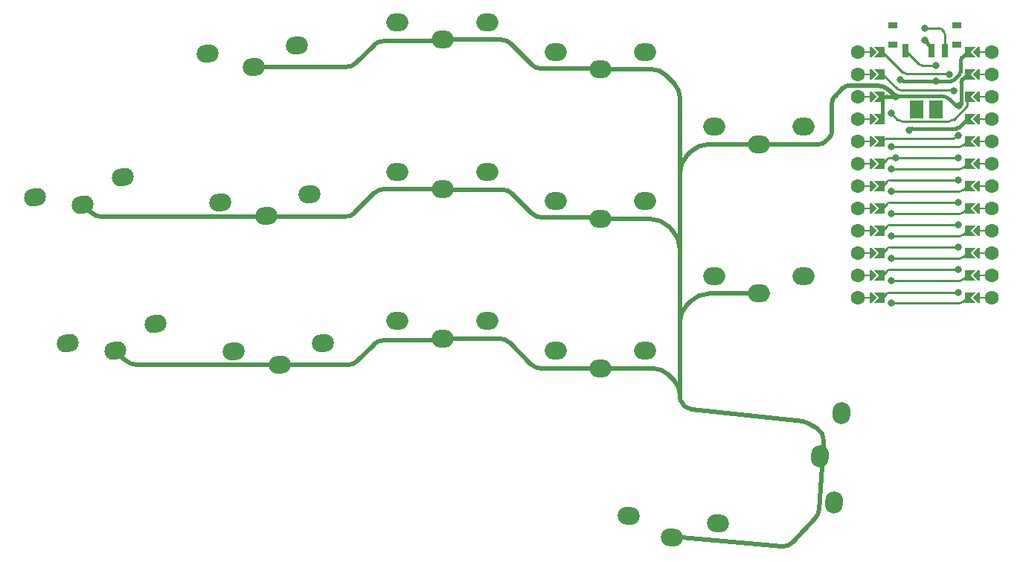
<source format=gbr>
G04 #@! TF.GenerationSoftware,KiCad,Pcbnew,6.0.0-d3dd2cf0fa~116~ubuntu20.04.1*
G04 #@! TF.CreationDate,2022-01-05T21:32:05-05:00*
G04 #@! TF.ProjectId,30,33302e6b-6963-4616-945f-706362585858,0.1*
G04 #@! TF.SameCoordinates,Original*
G04 #@! TF.FileFunction,Copper,L2,Bot*
G04 #@! TF.FilePolarity,Positive*
%FSLAX46Y46*%
G04 Gerber Fmt 4.6, Leading zero omitted, Abs format (unit mm)*
G04 Created by KiCad (PCBNEW 6.0.0-d3dd2cf0fa~116~ubuntu20.04.1) date 2022-01-05 21:32:05*
%MOMM*%
%LPD*%
G01*
G04 APERTURE LIST*
G04 Aperture macros list*
%AMHorizOval*
0 Thick line with rounded ends*
0 $1 width*
0 $2 $3 position (X,Y) of the first rounded end (center of the circle)*
0 $4 $5 position (X,Y) of the second rounded end (center of the circle)*
0 Add line between two ends*
20,1,$1,$2,$3,$4,$5,0*
0 Add two circle primitives to create the rounded ends*
1,1,$1,$2,$3*
1,1,$1,$4,$5*%
%AMFreePoly0*
4,1,5,0.125000,-0.500000,-0.125000,-0.500000,-0.125000,0.500000,0.125000,0.500000,0.125000,-0.500000,0.125000,-0.500000,$1*%
%AMFreePoly1*
4,1,6,0.600000,0.200000,0.000000,-0.400000,-0.600000,0.200000,-0.600000,0.400000,0.600000,0.400000,0.600000,0.200000,0.600000,0.200000,$1*%
%AMFreePoly2*
4,1,6,0.600000,-0.250000,-0.600000,-0.250000,-0.600000,1.000000,0.000000,0.400000,0.600000,1.000000,0.600000,-0.250000,0.600000,-0.250000,$1*%
G04 Aperture macros list end*
G04 #@! TA.AperFunction,ComponentPad*
%ADD10HorizOval,2.000000X0.244074X0.054110X-0.244074X-0.054110X0*%
G04 #@! TD*
G04 #@! TA.AperFunction,ComponentPad*
%ADD11HorizOval,2.000000X0.249049X0.021789X-0.249049X-0.021789X0*%
G04 #@! TD*
G04 #@! TA.AperFunction,ComponentPad*
%ADD12O,2.500000X2.000000*%
G04 #@! TD*
G04 #@! TA.AperFunction,ComponentPad*
%ADD13HorizOval,2.000000X0.249049X-0.021789X-0.249049X0.021789X0*%
G04 #@! TD*
G04 #@! TA.AperFunction,ComponentPad*
%ADD14HorizOval,2.000000X-0.021789X-0.249049X0.021789X0.249049X0*%
G04 #@! TD*
G04 #@! TA.AperFunction,SMDPad,CuDef*
%ADD15R,1.500000X2.100000*%
G04 #@! TD*
G04 #@! TA.AperFunction,SMDPad,CuDef*
%ADD16FreePoly0,90.000000*%
G04 #@! TD*
G04 #@! TA.AperFunction,ComponentPad*
%ADD17C,1.600000*%
G04 #@! TD*
G04 #@! TA.AperFunction,SMDPad,CuDef*
%ADD18FreePoly0,270.000000*%
G04 #@! TD*
G04 #@! TA.AperFunction,SMDPad,CuDef*
%ADD19FreePoly1,270.000000*%
G04 #@! TD*
G04 #@! TA.AperFunction,SMDPad,CuDef*
%ADD20FreePoly1,90.000000*%
G04 #@! TD*
G04 #@! TA.AperFunction,SMDPad,CuDef*
%ADD21FreePoly2,90.000000*%
G04 #@! TD*
G04 #@! TA.AperFunction,SMDPad,CuDef*
%ADD22FreePoly2,270.000000*%
G04 #@! TD*
G04 #@! TA.AperFunction,SMDPad,CuDef*
%ADD23R,1.000000X0.800000*%
G04 #@! TD*
G04 #@! TA.AperFunction,SMDPad,CuDef*
%ADD24R,0.700000X1.500000*%
G04 #@! TD*
G04 #@! TA.AperFunction,ViaPad*
%ADD25C,0.800000*%
G04 #@! TD*
G04 #@! TA.AperFunction,Conductor*
%ADD26C,0.250000*%
G04 #@! TD*
G04 #@! TA.AperFunction,Conductor*
%ADD27C,0.500000*%
G04 #@! TD*
G04 #@! TA.AperFunction,Conductor*
%ADD28C,0.400000*%
G04 #@! TD*
G04 APERTURE END LIST*
D10*
X32909586Y-80835124D03*
X42867805Y-78627440D03*
X38321575Y-81683874D03*
D11*
X52498174Y-64520239D03*
X62659360Y-63631250D03*
X57753079Y-66068134D03*
D12*
X74144393Y-60958851D03*
X84344393Y-60958851D03*
X79244393Y-62958851D03*
X102333086Y-64327567D03*
X92133086Y-64327567D03*
X97233086Y-66327567D03*
X120333089Y-72827570D03*
X110133089Y-72827570D03*
X115233089Y-74827570D03*
D10*
X36589062Y-97432150D03*
X46547281Y-95224466D03*
X42001051Y-98280900D03*
D11*
X64141002Y-80566566D03*
X53979816Y-81455555D03*
X59234721Y-83003450D03*
D12*
X74144389Y-77958851D03*
X84344389Y-77958851D03*
X79244389Y-79958851D03*
X102333093Y-81327564D03*
X92133093Y-81327564D03*
X97233093Y-83327564D03*
X110133093Y-89827569D03*
X120333093Y-89827569D03*
X115233093Y-91827569D03*
D11*
X55461464Y-98390863D03*
X65622650Y-97501874D03*
X60716369Y-99938758D03*
D12*
X74144382Y-94958862D03*
X84344382Y-94958862D03*
X79244382Y-96958862D03*
X92133093Y-98327566D03*
X102333093Y-98327566D03*
X97233093Y-100327566D03*
D13*
X110564550Y-117975832D03*
X100403364Y-117086843D03*
X105309645Y-119523727D03*
D14*
X122220681Y-110312378D03*
X124657565Y-105406097D03*
X123768576Y-115567283D03*
D15*
X135423000Y-70866000D03*
X133223000Y-70866000D03*
D16*
X127789009Y-89734446D03*
D17*
X126519009Y-64334446D03*
D18*
X140489009Y-92274446D03*
D17*
X141759009Y-74494446D03*
D19*
X139981009Y-87194446D03*
D20*
X128297009Y-84654446D03*
D17*
X141759009Y-69414446D03*
D19*
X139981009Y-79574446D03*
D18*
X140489009Y-87194446D03*
D17*
X126519009Y-71954446D03*
X126519009Y-77034446D03*
D20*
X128297009Y-87194446D03*
X128297009Y-74494446D03*
D17*
X141759009Y-79574446D03*
D19*
X139981009Y-66874446D03*
D17*
X141759009Y-92274446D03*
D18*
X140489009Y-74494446D03*
D19*
X139981009Y-84654446D03*
D20*
X128297009Y-79574446D03*
X128297009Y-69414446D03*
D17*
X126519009Y-66874446D03*
X141759009Y-84654446D03*
D20*
X128297009Y-92274446D03*
D16*
X127789009Y-74494446D03*
D19*
X139981009Y-89734446D03*
D18*
X140489009Y-77034446D03*
D17*
X141759009Y-77034446D03*
D20*
X128297009Y-89734446D03*
D17*
X141759009Y-64334446D03*
D20*
X128297009Y-66874446D03*
D17*
X141759009Y-82114446D03*
D18*
X140489009Y-64334446D03*
D17*
X141759009Y-71954446D03*
D16*
X127789009Y-69414446D03*
D17*
X126519009Y-69414446D03*
D16*
X127789009Y-84654446D03*
D18*
X140489009Y-66874446D03*
D17*
X126519009Y-89734446D03*
D20*
X128297009Y-82114446D03*
D17*
X126519009Y-79574446D03*
D18*
X140489009Y-71954446D03*
D19*
X139981009Y-92274446D03*
D16*
X127789009Y-82114446D03*
X127789009Y-87194446D03*
D20*
X128297009Y-77034446D03*
D17*
X126519009Y-87194446D03*
D19*
X139981009Y-64334446D03*
D17*
X141759009Y-66874446D03*
D19*
X139981009Y-82114446D03*
D16*
X127789009Y-77034446D03*
D19*
X139981009Y-77034446D03*
D18*
X140489009Y-82114446D03*
D19*
X139981009Y-74494446D03*
D17*
X126519009Y-74494446D03*
D16*
X127789009Y-64334446D03*
D19*
X139981009Y-69414446D03*
D17*
X126519009Y-84654446D03*
D18*
X140489009Y-79574446D03*
D17*
X126519009Y-92274446D03*
X126519009Y-82114446D03*
D20*
X128297009Y-71954446D03*
D18*
X140489009Y-69414446D03*
D17*
X141759009Y-89734446D03*
D18*
X140489009Y-84654446D03*
D16*
X127789009Y-92274446D03*
X127789009Y-71954446D03*
D20*
X128297009Y-64334446D03*
D17*
X141759009Y-87194446D03*
D16*
X127789009Y-79574446D03*
D19*
X139981009Y-71954446D03*
D16*
X127789009Y-66874446D03*
D18*
X140489009Y-89734446D03*
D21*
X129313009Y-64334446D03*
X129313009Y-66874446D03*
X129313009Y-69414446D03*
X129313009Y-71954446D03*
X129313009Y-74494446D03*
X129313009Y-77034446D03*
X129313009Y-79574446D03*
X129313009Y-82114446D03*
X129313009Y-84654446D03*
X129313009Y-87194446D03*
X129313009Y-89734446D03*
X129313009Y-92274446D03*
D22*
X138965009Y-92274446D03*
X138965009Y-89734446D03*
X138965009Y-87194446D03*
X138965009Y-84654446D03*
X138965009Y-82114446D03*
X138965009Y-79574446D03*
X138965009Y-77034446D03*
X138965009Y-74494446D03*
X138965009Y-71954446D03*
X138965009Y-69414446D03*
X138965009Y-66874446D03*
X138965009Y-64334446D03*
D23*
X137797486Y-61341256D03*
X130497486Y-61341256D03*
X130497486Y-63541256D03*
X137797486Y-63541256D03*
D24*
X131897486Y-64191256D03*
X134897486Y-64191256D03*
X136397486Y-64191256D03*
D25*
X134147489Y-61641258D03*
X137965009Y-73859446D03*
X130313007Y-82749441D03*
X130313009Y-85289444D03*
X130313007Y-87829443D03*
X130313005Y-92909447D03*
X137965007Y-86559444D03*
X137965009Y-76399444D03*
X130813009Y-76399446D03*
X130313006Y-77669446D03*
X130313007Y-80209443D03*
X130313008Y-90369445D03*
X137965005Y-84019446D03*
X137965011Y-81479447D03*
X137965007Y-78939446D03*
X137965007Y-89099443D03*
X137922000Y-91694000D03*
X130313008Y-71319445D03*
X137465008Y-68779446D03*
X136965009Y-66874444D03*
X130813008Y-69414444D03*
X138023600Y-70459600D03*
X134147491Y-63041258D03*
X132313009Y-73224443D03*
X133153388Y-70866000D03*
X135419174Y-65864289D03*
X135423001Y-70866001D03*
X135382000Y-67691000D03*
X131313008Y-67509445D03*
X130313007Y-75129443D03*
D26*
X136397488Y-62305390D02*
X136397491Y-64191258D01*
X136086912Y-61787707D02*
X136251043Y-61951840D01*
X134147489Y-61641258D02*
X135733356Y-61641258D01*
X136251043Y-61951840D02*
G75*
G02*
X136397488Y-62305390I-353552J-353551D01*
G01*
X135733356Y-61641259D02*
G75*
G02*
X136086912Y-61787707I-1J-500003D01*
G01*
X129313009Y-74494446D02*
X129484063Y-74323392D01*
X137793956Y-74030499D02*
X137965009Y-73859446D01*
X131313009Y-74176946D02*
X137440402Y-74176946D01*
X129837616Y-74176946D02*
X131313009Y-74176946D01*
X137793956Y-74030499D02*
G75*
G02*
X137440402Y-74176946I-353553J353550D01*
G01*
X129484063Y-74323392D02*
G75*
G02*
X129837616Y-74176946I353553J-353556D01*
G01*
X138476456Y-82602997D02*
X138965008Y-82114444D01*
X130313007Y-82749441D02*
X138122902Y-82749444D01*
X138122902Y-82749444D02*
G75*
G03*
X138476456Y-82602997I1J499997D01*
G01*
X138476455Y-85142998D02*
X138965007Y-84654447D01*
X130313009Y-85289444D02*
X138122902Y-85289444D01*
X138122902Y-85289443D02*
G75*
G03*
X138476455Y-85142998I0J500001D01*
G01*
X130313007Y-87829443D02*
X138122901Y-87829445D01*
X138476454Y-87682999D02*
X138965008Y-87194447D01*
X138476454Y-87682999D02*
G75*
G02*
X138122901Y-87829445I-353553J353556D01*
G01*
X130313005Y-92909447D02*
X138122898Y-92909446D01*
X138476451Y-92763000D02*
X138965006Y-92274446D01*
X138476451Y-92763000D02*
G75*
G02*
X138122898Y-92909446I-353553J353556D01*
G01*
X129801560Y-86705891D02*
X129313007Y-87194443D01*
X137965007Y-86559444D02*
X130155113Y-86559445D01*
X130155113Y-86559446D02*
G75*
G03*
X129801560Y-86705891I0J-500001D01*
G01*
X130813009Y-76399446D02*
X130155116Y-76399446D01*
X130813011Y-76399444D02*
X130813009Y-76399446D01*
X137965009Y-76399444D02*
X130813011Y-76399444D01*
X129801562Y-76545893D02*
X129313009Y-77034446D01*
X129801562Y-76545893D02*
G75*
G02*
X130155116Y-76399446I353553J-353550D01*
G01*
X130313006Y-77669446D02*
X138122899Y-77669446D01*
X138476453Y-77522999D02*
X138965008Y-77034444D01*
X138476453Y-77522999D02*
G75*
G02*
X138122899Y-77669446I-353553J353550D01*
G01*
X138476455Y-80062999D02*
X138965007Y-79574444D01*
X130313007Y-80209443D02*
X138122900Y-80209447D01*
X138476455Y-80062999D02*
G75*
G02*
X138122900Y-80209447I-353556J353556D01*
G01*
X130313008Y-90369445D02*
X138122901Y-90369448D01*
X138476456Y-90223000D02*
X138965009Y-89734442D01*
X138476456Y-90223000D02*
G75*
G02*
X138122901Y-90369448I-353556J353556D01*
G01*
X129801560Y-84165893D02*
X129313008Y-84654447D01*
X137965005Y-84019446D02*
X130155114Y-84019446D01*
X130155114Y-84019446D02*
G75*
G03*
X129801560Y-84165893I-1J-499997D01*
G01*
X129801562Y-81625893D02*
X129313006Y-82114447D01*
X137965011Y-81479447D02*
X130155115Y-81479447D01*
X130155115Y-81479448D02*
G75*
G03*
X129801562Y-81625893I0J-500001D01*
G01*
X129801563Y-79085890D02*
X129313006Y-79574444D01*
X137965007Y-78939446D02*
X130155115Y-78939445D01*
X130155115Y-78939446D02*
G75*
G03*
X129801563Y-79085890I0J-500001D01*
G01*
X137965007Y-89099443D02*
X130155115Y-89099445D01*
X129801562Y-89245891D02*
X129313009Y-89734443D01*
X129801562Y-89245891D02*
G75*
G02*
X130155115Y-89099445I353553J-353556D01*
G01*
X129747000Y-91840447D02*
X129313004Y-92274443D01*
X137922000Y-91694000D02*
X130100554Y-91694000D01*
X129747000Y-91840447D02*
G75*
G02*
X130100554Y-91694000I353553J-353550D01*
G01*
X137408419Y-72028685D02*
X138965008Y-70472096D01*
X131587934Y-72263000D02*
X136842733Y-72263000D01*
X130313008Y-71319445D02*
X131022249Y-72028686D01*
X138965008Y-70472096D02*
X138965008Y-69414446D01*
X137408419Y-72028685D02*
G75*
G02*
X136842733Y-72263000I-565689J565692D01*
G01*
X131022249Y-72028686D02*
G75*
G03*
X131587934Y-72263000I565685J565686D01*
G01*
X130982049Y-68543488D02*
X129313008Y-66874446D01*
X137375497Y-68689933D02*
X131335603Y-68689935D01*
X137465008Y-68779446D02*
X137375497Y-68689933D01*
X131335603Y-68689935D02*
G75*
G02*
X130982049Y-68543488I-1J499997D01*
G01*
X136965009Y-66874444D02*
X136875495Y-66784933D01*
X136875495Y-66784933D02*
X131970605Y-66784936D01*
X131617051Y-66638489D02*
X129313008Y-64334444D01*
X131970605Y-66784936D02*
G75*
G02*
X131617051Y-66638489I-1J499997D01*
G01*
D27*
X59234721Y-83003450D02*
X59129371Y-83108800D01*
X107121655Y-76055261D02*
X107470666Y-75706248D01*
X122823323Y-74534677D02*
X123278107Y-74079893D01*
X43073122Y-99352971D02*
X42001051Y-98280900D01*
X90511920Y-83159600D02*
X97065129Y-83159600D01*
X87180340Y-80449340D02*
X89451260Y-82720260D01*
X103141940Y-66327567D02*
X97233086Y-66327567D01*
X107470660Y-92706253D02*
X107121654Y-93055262D01*
X79244382Y-96958862D02*
X79048244Y-97155000D01*
X68339680Y-66040000D02*
X57781213Y-66040000D01*
D28*
X138023600Y-70459600D02*
X137689232Y-70459600D01*
X129313008Y-69914445D02*
X129313009Y-71954447D01*
D27*
X130122926Y-68745786D02*
X130791584Y-69414444D01*
X69222540Y-82669460D02*
X71493809Y-80398191D01*
X89347226Y-99888226D02*
X86857202Y-97398202D01*
X71442660Y-97594340D02*
X69537582Y-99499418D01*
X79244389Y-79958851D02*
X79295538Y-80010000D01*
X106333476Y-103950182D02*
X106360783Y-104025188D01*
X104990270Y-84206243D02*
X105364287Y-84580265D01*
X59234721Y-83003450D02*
X59340071Y-83108800D01*
D28*
X135950312Y-69342000D02*
X130885452Y-69342000D01*
D27*
X106242969Y-95176585D02*
X106242972Y-86701588D01*
D28*
X137689232Y-70459600D02*
X137010972Y-69781340D01*
D27*
X79295538Y-80010000D02*
X86119680Y-80010000D01*
X79084244Y-63119000D02*
X72503320Y-63119000D01*
X97148719Y-66243200D02*
X90486520Y-66243200D01*
D28*
X130885452Y-69342000D02*
X130813008Y-69414444D01*
D27*
X121685615Y-117355154D02*
X119116650Y-120114413D01*
X123863893Y-69430107D02*
X124841107Y-68452893D01*
X85796542Y-96958862D02*
X79244382Y-96958862D01*
X97233090Y-83327567D02*
X102868954Y-83327565D01*
D28*
X130813008Y-69414444D02*
X129813008Y-69414445D01*
D27*
X117888964Y-120586654D02*
X105505753Y-119510681D01*
X115233085Y-91827566D02*
X109591986Y-91827571D01*
X60716369Y-99938758D02*
X44487336Y-99938758D01*
X68476922Y-99938758D02*
X60716369Y-99938758D01*
D28*
X130813008Y-69414444D02*
X130791584Y-69414444D01*
D27*
X107607608Y-105003194D02*
X120308760Y-106388774D01*
X71442660Y-63558340D02*
X69400340Y-65600660D01*
X97285786Y-100380800D02*
X97233093Y-100433493D01*
X120941087Y-106607930D02*
X121922755Y-107221472D01*
X106242972Y-86701588D02*
X106242970Y-78176583D01*
X105657185Y-101796385D02*
X104827386Y-100966586D01*
X125548214Y-68160000D02*
X128708713Y-68160000D01*
D28*
X138023600Y-70459600D02*
X138140326Y-70459600D01*
D27*
X57781213Y-66040000D02*
X57753079Y-66068134D01*
X72554469Y-79958851D02*
X79244389Y-79958851D01*
D28*
X138140326Y-70459600D02*
X138229499Y-70370427D01*
D27*
X103413173Y-100380800D02*
X97285786Y-100380800D01*
X79048244Y-97155000D02*
X72503320Y-97155000D01*
X115233089Y-74827570D02*
X122116216Y-74827570D01*
X97233093Y-100327566D02*
X90407886Y-100327566D01*
X59340071Y-83108800D02*
X68161880Y-83108800D01*
D28*
X134751043Y-63644810D02*
X134147491Y-63041258D01*
D27*
X123571000Y-73372786D02*
X123571000Y-70137214D01*
D28*
X138410965Y-67428485D02*
X138965008Y-66874448D01*
D27*
X97233086Y-66327567D02*
X97148719Y-66243200D01*
X109591988Y-74827568D02*
X115233090Y-74827569D01*
X105657183Y-68014383D02*
X104556153Y-66913353D01*
X85959531Y-62958851D02*
X79244393Y-62958851D01*
X59129371Y-83108800D02*
X40574928Y-83108800D01*
X39160714Y-82523013D02*
X38321575Y-81683874D01*
X122519451Y-110229781D02*
X122084099Y-116437957D01*
X79244393Y-62958851D02*
X79084244Y-63119000D01*
X122624679Y-108589501D02*
X122519451Y-110229781D01*
X106242970Y-78176583D02*
X106242970Y-69428597D01*
X97233093Y-100433493D02*
X97233093Y-100327566D01*
X97065129Y-83159600D02*
X97233093Y-83327564D01*
D28*
X138264519Y-70177826D02*
X138264517Y-67782040D01*
D27*
X89425860Y-65803860D02*
X87020191Y-63398191D01*
X106242972Y-103437035D02*
X106242969Y-95176585D01*
D28*
X134897491Y-64191256D02*
X134897490Y-63998361D01*
D27*
X71442660Y-97594340D02*
G75*
G02*
X72503320Y-97155000I1060661J-1060662D01*
G01*
X107470666Y-75706248D02*
G75*
G02*
X109591988Y-74827568I2121330J-2121343D01*
G01*
X106242971Y-103210599D02*
G75*
G03*
X105657184Y-101796386I-1999999J0D01*
G01*
X104990270Y-84206243D02*
G75*
G03*
X102868954Y-83327565I-2121286J-2121243D01*
G01*
X130122926Y-68745786D02*
G75*
G03*
X128708713Y-68160000I-1414213J-1414214D01*
G01*
X89347226Y-99888226D02*
G75*
G03*
X90407886Y-100327566I1060661J1060662D01*
G01*
X90486520Y-66243199D02*
G75*
G02*
X89425861Y-65803859I1J1500001D01*
G01*
X106242969Y-95176585D02*
G75*
G02*
X107121654Y-93055262I3000000J-3D01*
G01*
X90511920Y-83159599D02*
G75*
G02*
X89451261Y-82720259I1J1500001D01*
G01*
X121685615Y-117355154D02*
G75*
G03*
X122084099Y-116437957I-1097836J1022125D01*
G01*
X103413173Y-100380801D02*
G75*
G02*
X104827385Y-100966587I0J-1999999D01*
G01*
D28*
X129813008Y-69414445D02*
G75*
G03*
X129313008Y-69914445I1J-500001D01*
G01*
D27*
X119116650Y-120114413D02*
G75*
G02*
X117888964Y-120586654I-1097841J1022131D01*
G01*
X68161880Y-83108799D02*
G75*
G03*
X69222539Y-82669459I-1J1500001D01*
G01*
X105364287Y-84580265D02*
G75*
G02*
X106242972Y-86701588I-2121265J-2121305D01*
G01*
X123278107Y-74079893D02*
G75*
G03*
X123571000Y-73372786I-707106J707106D01*
G01*
D28*
X138264518Y-70177826D02*
G75*
G02*
X138229498Y-70370427I-602824J10125D01*
G01*
D27*
X103141940Y-66327568D02*
G75*
G02*
X104556152Y-66913354I0J-1999999D01*
G01*
X68476922Y-99938757D02*
G75*
G03*
X69537581Y-99499417I-1J1500001D01*
G01*
X123863893Y-69430107D02*
G75*
G03*
X123571000Y-70137214I707106J-707106D01*
G01*
X72554469Y-79958852D02*
G75*
G03*
X71493810Y-80398192I1J-1500001D01*
G01*
X106360783Y-104025188D02*
G75*
G03*
X107607608Y-105003193I1409495J513146D01*
G01*
X87180340Y-80449340D02*
G75*
G03*
X86119680Y-80010000I-1060661J-1060662D01*
G01*
X68339680Y-66039999D02*
G75*
G03*
X69400339Y-65600659I-1J1500001D01*
G01*
X106242969Y-69428597D02*
G75*
G03*
X105657182Y-68014384I-1999999J0D01*
G01*
D28*
X134897489Y-63998361D02*
G75*
G03*
X134751043Y-63644810I-500003J-4D01*
G01*
D27*
X44487336Y-99938757D02*
G75*
G02*
X43073123Y-99352970I0J1999999D01*
G01*
X107470660Y-92706253D02*
G75*
G02*
X109591986Y-91827571I2121313J-2121295D01*
G01*
X106333476Y-103950182D02*
G75*
G02*
X106242972Y-103437035I1409478J513145D01*
G01*
X86857202Y-97398202D02*
G75*
G03*
X85796542Y-96958862I-1060661J-1060662D01*
G01*
X120941087Y-106607931D02*
G75*
G03*
X120308760Y-106388775I-795000J-1272000D01*
G01*
X122823323Y-74534677D02*
G75*
G02*
X122116216Y-74827570I-707106J707106D01*
G01*
X39160714Y-82523013D02*
G75*
G03*
X40574928Y-83108800I1414214J1414213D01*
G01*
X121922755Y-107221472D02*
G75*
G02*
X122624679Y-108589501I-794996J-1271996D01*
G01*
X85959531Y-62958852D02*
G75*
G02*
X87020190Y-63398192I-1J-1500001D01*
G01*
D28*
X135950312Y-69342001D02*
G75*
G02*
X137010971Y-69781341I-1J-1500001D01*
G01*
D27*
X107121655Y-76055261D02*
G75*
G03*
X106242970Y-78176583I2121270J-2121307D01*
G01*
X124841107Y-68452893D02*
G75*
G02*
X125548214Y-68160000I707106J-707106D01*
G01*
X72503320Y-63119001D02*
G75*
G03*
X71442661Y-63558341I1J-1500001D01*
G01*
D28*
X138410965Y-67428485D02*
G75*
G03*
X138264517Y-67782040I353544J-353552D01*
G01*
X137652409Y-73059934D02*
X132684625Y-73059934D01*
X138005963Y-72913487D02*
X138965007Y-71954443D01*
X132331071Y-73206381D02*
X132313009Y-73224443D01*
X132331071Y-73206381D02*
G75*
G02*
X132684625Y-73059934I353553J-353550D01*
G01*
X137652409Y-73059934D02*
G75*
G03*
X138005963Y-72913487I1J499997D01*
G01*
D26*
X131897486Y-64191256D02*
X133424073Y-65717843D01*
X133777626Y-65864289D02*
X135419174Y-65864289D01*
X133777626Y-65864288D02*
G75*
G02*
X133424073Y-65717843I0J500001D01*
G01*
D28*
X137447681Y-67527512D02*
X138052462Y-66922727D01*
X137094124Y-67673959D02*
X134818843Y-67673959D01*
X138198907Y-66569175D02*
X138198907Y-65307655D01*
X138345354Y-64954101D02*
X138965010Y-64334446D01*
X131331071Y-67527508D02*
X131313008Y-67509445D01*
X134818840Y-67673956D02*
X131684626Y-67673956D01*
X138198906Y-66569175D02*
G75*
G02*
X138052462Y-66922727I-500001J0D01*
G01*
X138345354Y-64954101D02*
G75*
G03*
X138198907Y-65307655I353550J-353553D01*
G01*
X137094124Y-67673958D02*
G75*
G03*
X137447680Y-67527511I7J499990D01*
G01*
X131684626Y-67673956D02*
G75*
G02*
X131331071Y-67527508I-3J499992D01*
G01*
D26*
X130313007Y-75129443D02*
X138122903Y-75129446D01*
X138476457Y-74982998D02*
X138965009Y-74494444D01*
X138476457Y-74982998D02*
G75*
G02*
X138122903Y-75129446I-353556J353556D01*
G01*
M02*

</source>
